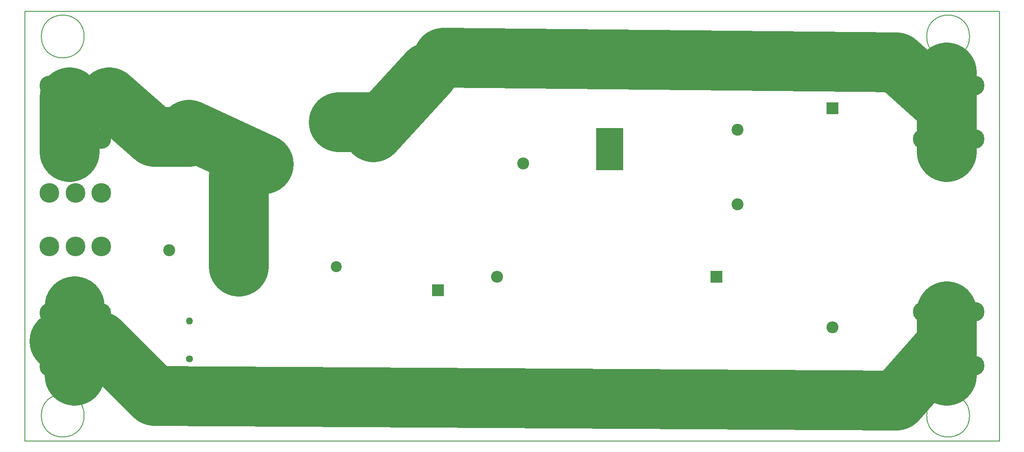
<source format=gbr>
%TF.GenerationSoftware,KiCad,Pcbnew,7.0.7*%
%TF.CreationDate,2023-09-25T16:49:46+02:00*%
%TF.ProjectId,GradientAmplifierFilter_V1,47726164-6965-46e7-9441-6d706c696669,rev?*%
%TF.SameCoordinates,Original*%
%TF.FileFunction,Soldermask,Bot*%
%TF.FilePolarity,Negative*%
%FSLAX46Y46*%
G04 Gerber Fmt 4.6, Leading zero omitted, Abs format (unit mm)*
G04 Created by KiCad (PCBNEW 7.0.7) date 2023-09-25 16:49:46*
%MOMM*%
%LPD*%
G01*
G04 APERTURE LIST*
%ADD10C,12.000000*%
%ADD11C,0.150000*%
%ADD12R,5.500000X8.500000*%
%ADD13R,4.500000X11.500000*%
%ADD14C,3.960000*%
%ADD15C,2.200000*%
%ADD16R,2.400000X2.400000*%
%ADD17O,2.400000X2.400000*%
%ADD18C,2.400000*%
%ADD19O,1.400000X1.400000*%
%ADD20C,1.400000*%
%TA.AperFunction,Profile*%
%ADD21C,0.150000*%
%TD*%
G04 APERTURE END LIST*
D10*
X28000000Y-75000000D02*
X28000000Y-57000000D01*
X160000000Y-102000000D02*
X11000000Y-101000000D01*
X-6000000Y-41000000D02*
X-6000000Y-52000000D01*
X18000000Y-49000000D02*
X11000000Y-49000000D01*
X55000000Y-48000000D02*
X66000000Y-36000000D01*
D11*
X170000000Y-97000000D02*
X170000000Y-90500000D01*
D10*
X170000000Y-36000000D02*
X170000000Y-43000000D01*
X170000000Y-52000000D02*
X170000000Y-43000000D01*
X48000000Y-46000000D02*
X55000000Y-46000000D01*
X170000000Y-90500000D02*
X160000000Y-102000000D01*
X11000000Y-101000000D02*
X0Y-90000000D01*
X11000000Y-49000000D02*
X2000000Y-41000000D01*
D11*
X2000000Y-41000000D02*
X-6000000Y-41000000D01*
D10*
X170000000Y-84000000D02*
X170000000Y-97000000D01*
X-5000000Y-97000000D02*
X-5000000Y-83000000D01*
D11*
X66000000Y-36000000D02*
X69000000Y-33000000D01*
X0Y-90000000D02*
X-8000000Y-90000000D01*
D10*
X69000000Y-33000000D02*
X160000000Y-34000000D01*
D11*
X-6000000Y-41000000D02*
X-6000000Y-35000000D01*
D10*
X160000000Y-34000000D02*
X170000000Y-43000000D01*
D11*
X-6000000Y-35000000D02*
X-6000000Y-41000000D01*
D10*
X33000000Y-54500000D02*
X18000000Y-47500000D01*
X-8000000Y-90000000D02*
X0Y-90000000D01*
D11*
X170000000Y-43000000D02*
X170000000Y-52000000D01*
D12*
%TO.C,L1*%
X102350000Y-51400000D03*
X112550000Y-34250000D03*
%TD*%
D13*
%TO.C,U2*%
X26900000Y-57800000D03*
X51100000Y-46200000D03*
%TD*%
D14*
%TO.C,J4*%
X165220000Y-94890000D03*
X165220000Y-84090000D03*
X170430000Y-94890000D03*
X170430000Y-84090000D03*
X175640000Y-94890000D03*
X175640000Y-84090000D03*
%TD*%
D15*
%TO.C,C1*%
X32500000Y-75000000D03*
X47500000Y-75000000D03*
%TD*%
D14*
%TO.C,J1*%
X380000Y-38610000D03*
X380000Y-49410000D03*
X-4830000Y-38610000D03*
X-4830000Y-49410000D03*
X-10040000Y-38610000D03*
X-10040000Y-49410000D03*
%TD*%
D16*
%TO.C,R3*%
X147050000Y-43200000D03*
D17*
X147050000Y-87200000D03*
%TD*%
D16*
%TO.C,R1*%
X67950000Y-79800000D03*
D17*
X67950000Y-35800000D03*
%TD*%
D14*
%TO.C,J3*%
X-10040000Y-71000000D03*
X-10040000Y-60200000D03*
X-4830000Y-71000000D03*
X-4830000Y-60200000D03*
X380000Y-71000000D03*
X380000Y-60200000D03*
%TD*%
D16*
%TO.C,R2*%
X123800000Y-77050000D03*
D17*
X79800000Y-77050000D03*
%TD*%
D18*
%TO.C,C4*%
X85000000Y-31750000D03*
X85000000Y-54250000D03*
%TD*%
%TO.C,C2*%
X128000000Y-62500000D03*
X128000000Y-47500000D03*
%TD*%
D14*
%TO.C,J5*%
X165220000Y-49410000D03*
X165220000Y-38610000D03*
X170430000Y-49410000D03*
X170430000Y-38610000D03*
X175640000Y-49410000D03*
X175640000Y-38610000D03*
%TD*%
D18*
%TO.C,C3*%
X14000000Y-49270000D03*
X14000000Y-71770000D03*
%TD*%
D19*
%TO.C,R4*%
X18030000Y-85920000D03*
D20*
X18030000Y-93540000D03*
%TD*%
D14*
%TO.C,J2*%
X380000Y-84330000D03*
X380000Y-95130000D03*
X-4830000Y-84330000D03*
X-4830000Y-95130000D03*
X-10040000Y-84330000D03*
X-10040000Y-95130000D03*
%TD*%
D21*
X-14990000Y-23690000D02*
X180590000Y-23690000D01*
X180590000Y-110050000D01*
X-14990000Y-110050000D01*
X-14990000Y-23690000D01*
X-3070000Y-28770000D02*
G75*
G03*
X-3070000Y-28770000I-4300000J0D01*
G01*
X174600000Y-104970000D02*
G75*
G03*
X174600000Y-104970000I-4300000J0D01*
G01*
X174600000Y-28770000D02*
G75*
G03*
X174600000Y-28770000I-4300000J0D01*
G01*
X-3070000Y-104970000D02*
G75*
G03*
X-3070000Y-104970000I-4300000J0D01*
G01*
M02*

</source>
